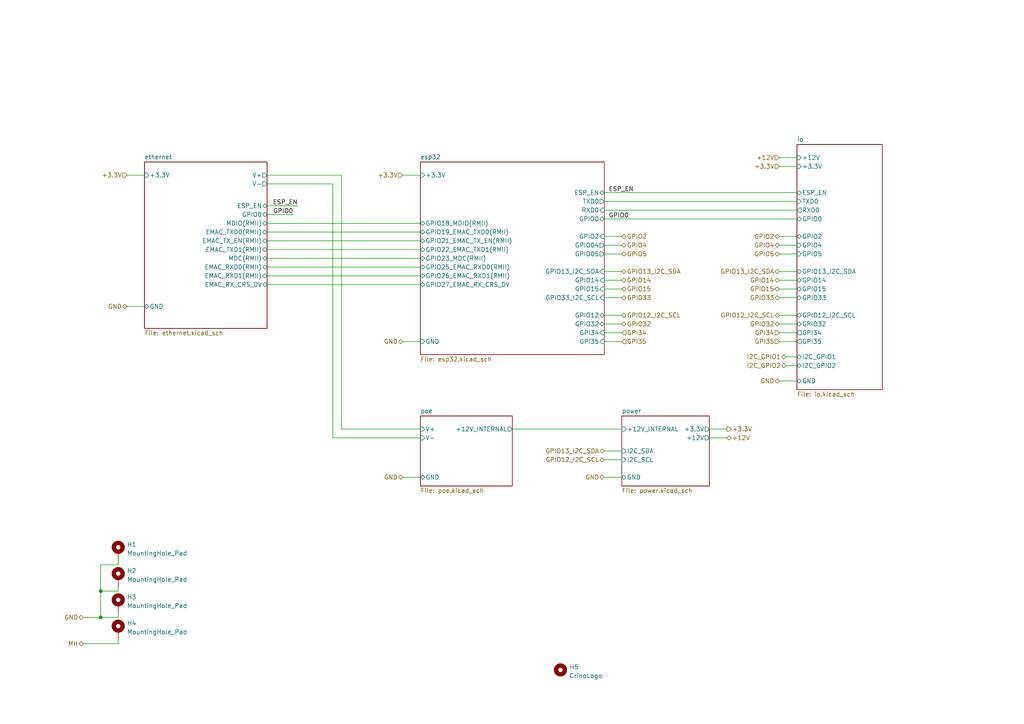
<source format=kicad_sch>
(kicad_sch (version 20211123) (generator eeschema)
  (paper "A4")
  (title_block (title "crino-board") (date "2023-03-10") (rev "B.0.1"))
  (lib_symbols
    (symbol "Mechanical:MountingHole" (pin_names (offset 1.016))
      (property "Reference" "H" (at 0 5.08 0))
      (property "Value" "MountingHole" (at 0 3.175 0))
      (symbol "MountingHole_0_1"
        (circle (center 0 0) (radius 1.27) (stroke (width 1.27)))
      )
    )
    (symbol "Mechanical:MountingHole_Pad" (pin_numbers hide) (pin_names (offset 1.016) hide)
      (property "Reference" "H" (at 0 6.35 0))
      (property "Value" "MountingHole_Pad" (at 0 4.445 0))
      (symbol "MountingHole_Pad_0_1"
        (circle (center 0 1.27) (radius 1.27) (stroke (width 1.27)))
      )
      (symbol "MountingHole_Pad_1_1"
        (pin input line (at 0 -2.54 90) (length 2.54) (name "1") (number "1"))
      )
    )
  )
  (junction (at 29.21 179.07))
  (junction (at 29.21 171.45))
  (wire (pts (xy 175.26 138.43) (xy 180.34 138.43)))
  (wire (pts (xy 77.47 53.34) (xy 96.52 53.34)))
  (wire (pts (xy 96.52 127) (xy 121.92 127)))
  (wire (pts (xy 34.29 171.45) (xy 29.21 171.45)))
  (wire (pts (xy 231.14 106.045) (xy 227.965 106.045)))
  (wire (pts (xy 77.47 69.85) (xy 121.92 69.85)))
  (wire (pts (xy 77.47 74.93) (xy 121.92 74.93)))
  (wire (pts (xy 77.47 80.01) (xy 121.92 80.01)))
  (wire (pts (xy 231.14 71.12) (xy 226.06 71.12)))
  (wire (pts (xy 77.47 59.69) (xy 86.36 59.69)))
  (wire (pts (xy 231.14 91.44) (xy 226.06 91.44)))
  (wire (pts (xy 231.14 81.28) (xy 226.06 81.28)))
  (wire (pts (xy 175.26 81.28) (xy 180.34 81.28)))
  (wire (pts (xy 175.26 91.44) (xy 180.34 91.44)))
  (wire (pts (xy 24.13 186.69) (xy 34.29 186.69)))
  (wire (pts (xy 36.83 88.9) (xy 41.91 88.9)))
  (wire (pts (xy 175.26 55.88) (xy 231.14 55.88)))
  (wire (pts (xy 175.26 60.96) (xy 231.14 60.96)))
  (wire (pts (xy 231.14 83.82) (xy 226.06 83.82)))
  (wire (pts (xy 175.26 78.74) (xy 180.34 78.74)))
  (wire (pts (xy 34.29 177.8) (xy 34.29 179.07)))
  (wire (pts (xy 226.06 110.49) (xy 231.14 110.49)))
  (wire (pts (xy 231.14 86.36) (xy 226.06 86.36)))
  (wire (pts (xy 205.74 124.46) (xy 210.82 124.46)))
  (wire (pts (xy 36.83 50.8) (xy 41.91 50.8)))
  (wire (pts (xy 29.21 163.83) (xy 34.29 163.83)))
  (wire (pts (xy 116.84 50.8) (xy 121.92 50.8)))
  (wire (pts (xy 116.84 138.43) (xy 121.92 138.43)))
  (wire (pts (xy 175.26 133.35) (xy 180.34 133.35)))
  (wire (pts (xy 231.14 93.98) (xy 226.06 93.98)))
  (wire (pts (xy 34.29 162.56) (xy 34.29 163.83)))
  (wire (pts (xy 205.74 127) (xy 210.82 127)))
  (wire (pts (xy 77.47 67.31) (xy 121.92 67.31)))
  (wire (pts (xy 231.14 103.505) (xy 227.965 103.505)))
  (wire (pts (xy 77.47 82.55) (xy 121.92 82.55)))
  (wire (pts (xy 77.47 77.47) (xy 121.92 77.47)))
  (wire (pts (xy 77.47 72.39) (xy 121.92 72.39)))
  (wire (pts (xy 175.26 96.52) (xy 180.34 96.52)))
  (wire (pts (xy 175.26 63.5) (xy 231.14 63.5)))
  (wire (pts (xy 29.21 179.07) (xy 34.29 179.07)))
  (wire (pts (xy 175.26 83.82) (xy 180.34 83.82)))
  (wire (pts (xy 96.52 127) (xy 96.52 53.34)))
  (wire (pts (xy 29.21 171.45) (xy 29.21 163.83)))
  (wire (pts (xy 175.26 58.42) (xy 231.14 58.42)))
  (wire (pts (xy 231.14 68.58) (xy 226.06 68.58)))
  (wire (pts (xy 175.26 99.06) (xy 180.34 99.06)))
  (wire (pts (xy 231.14 78.74) (xy 226.06 78.74)))
  (wire (pts (xy 175.26 68.58) (xy 180.34 68.58)))
  (wire (pts (xy 34.29 185.42) (xy 34.29 186.69)))
  (wire (pts (xy 34.29 170.18) (xy 34.29 171.45)))
  (wire (pts (xy 77.47 50.8) (xy 99.06 50.8)))
  (wire (pts (xy 231.14 96.52) (xy 226.06 96.52)))
  (wire (pts (xy 231.14 99.06) (xy 226.06 99.06)))
  (wire (pts (xy 24.13 179.07) (xy 29.21 179.07)))
  (wire (pts (xy 175.26 93.98) (xy 180.34 93.98)))
  (wire (pts (xy 175.26 130.81) (xy 180.34 130.81)))
  (wire (pts (xy 77.47 62.23) (xy 85.09 62.23)))
  (wire (pts (xy 116.84 99.06) (xy 121.92 99.06)))
  (wire (pts (xy 226.06 45.72) (xy 231.14 45.72)))
  (wire (pts (xy 29.21 179.07) (xy 29.21 171.45)))
  (wire (pts (xy 77.47 64.77) (xy 121.92 64.77)))
  (wire (pts (xy 175.26 71.12) (xy 180.34 71.12)))
  (wire (pts (xy 175.26 73.66) (xy 180.34 73.66)))
  (wire (pts (xy 175.26 86.36) (xy 180.34 86.36)))
  (wire (pts (xy 148.59 124.46) (xy 180.34 124.46)))
  (wire (pts (xy 99.06 50.8) (xy 99.06 124.46)))
  (wire (pts (xy 99.06 124.46) (xy 121.92 124.46)))
  (wire (pts (xy 226.06 48.26) (xy 231.14 48.26)))
  (wire (pts (xy 231.14 73.66) (xy 226.06 73.66)))
  (label "ESP_EN" (at 86.36 59.69 180))
  (label "GPIO0" (at 176.53 63.5 0))
  (label "GPIO0" (at 85.09 62.23 180))
  (label "ESP_EN" (at 176.53 55.88 0))
  (hierarchical_label "GND" (shape bidirectional) (at 36.83 88.9 180))
  (hierarchical_label "GPIO13_I2C_SDA" (shape bidirectional) (at 180.34 78.74 0))
  (hierarchical_label "I2C_GPIO1" (shape bidirectional) (at 227.965 103.505 180))
  (hierarchical_label "GPIO12_I2C_SCL" (shape bidirectional) (at 175.26 133.35 180))
  (hierarchical_label "GPIO4" (shape bidirectional) (at 180.34 71.12 0))
  (hierarchical_label "GPIO15" (shape bidirectional) (at 180.34 83.82 0))
  (hierarchical_label "+12V" (shape bidirectional) (at 210.82 127 0))
  (hierarchical_label "GPIO2" (shape bidirectional) (at 180.34 68.58 0))
  (hierarchical_label "MH" (shape bidirectional) (at 24.13 186.69 180))
  (hierarchical_label "GND" (shape bidirectional) (at 175.26 138.43 180))
  (hierarchical_label "GPIO2" (shape bidirectional) (at 226.06 68.58 180))
  (hierarchical_label "I2C_GPIO2" (shape bidirectional) (at 227.965 106.045 180))
  (hierarchical_label "GPIO14" (shape bidirectional) (at 180.34 81.28 0))
  (hierarchical_label "GPI34" (shape input) (at 226.06 96.52 180))
  (hierarchical_label "+3.3V" (shape input) (at 226.06 48.26 180))
  (hierarchical_label "GND" (shape bidirectional) (at 116.84 99.06 180))
  (hierarchical_label "GPIO5" (shape bidirectional) (at 180.34 73.66 0))
  (hierarchical_label "GPIO33" (shape bidirectional) (at 226.06 86.36 180))
  (hierarchical_label "GPIO15" (shape bidirectional) (at 226.06 83.82 180))
  (hierarchical_label "GND" (shape bidirectional) (at 226.06 110.49 180))
  (hierarchical_label "GND" (shape bidirectional) (at 24.13 179.07 180))
  (hierarchical_label "+3.3V" (shape input) (at 36.83 50.8 180))
  (hierarchical_label "GPI34" (shape input) (at 180.34 96.52 0))
  (hierarchical_label "GPIO33" (shape bidirectional) (at 180.34 86.36 0))
  (hierarchical_label "GPIO12_I2C_SCL" (shape bidirectional) (at 226.06 91.44 180))
  (hierarchical_label "GPIO13_I2C_SDA" (shape bidirectional) (at 175.26 130.81 180))
  (hierarchical_label "GPIO14" (shape bidirectional) (at 226.06 81.28 180))
  (hierarchical_label "GPIO32" (shape bidirectional) (at 180.34 93.98 0))
  (hierarchical_label "GPI35" (shape input) (at 226.06 99.06 180))
  (hierarchical_label "GPIO5" (shape bidirectional) (at 226.06 73.66 180))
  (hierarchical_label "GND" (shape bidirectional) (at 116.84 138.43 180))
  (hierarchical_label "+3.3V" (shape input) (at 116.84 50.8 180))
  (hierarchical_label "+12V" (shape input) (at 226.06 45.72 180))
  (hierarchical_label "GPI35" (shape input) (at 180.34 99.06 0))
  (hierarchical_label "GPIO13_I2C_SDA" (shape bidirectional) (at 226.06 78.74 180))
  (hierarchical_label "GPIO32" (shape bidirectional) (at 226.06 93.98 180))
  (hierarchical_label "+3.3V" (shape output) (at 210.82 124.46 0))
  (hierarchical_label "GPIO4" (shape bidirectional) (at 226.06 71.12 180))
  (hierarchical_label "GPIO12_I2C_SCL" (shape bidirectional) (at 180.34 91.44 0))
  (symbol (lib_id "Mechanical:MountingHole_Pad") (at 34.29 182.88 0) (unit 1)
    (property "Reference" "H4" (at 36.83 180.7753 0) (effects (justify left)))
    (property "Value" "MountingHole_Pad" (at 36.83 183.3122 0) (effects (justify left)))
    (property "Footprint" "MountingHole:MountingHole_3.2mm_M3_DIN965_Pad" (effects hide))
  )
  (symbol (lib_id "Mechanical:MountingHole_Pad") (at 34.29 167.64 0) (unit 1)
    (property "Reference" "H2" (at 36.83 165.5353 0) (effects (justify left)))
    (property "Value" "MountingHole_Pad" (at 36.83 168.0722 0) (effects (justify left)))
    (property "Footprint" "MountingHole:MountingHole_3.2mm_M3_DIN965_Pad" (effects hide))
  )
  (symbol (lib_id "Mechanical:MountingHole") (at 162.56 194.31 0) (unit 1)
    (property "Reference" "H5" (at 165.1 193.4753 0) (effects (justify left)))
    (property "Value" "CrinoLogo" (at 165.1 196.0122 0) (effects (justify left)))
    (property "Footprint" "general:crino_logo" (effects hide))
  )
  (symbol (lib_id "Mechanical:MountingHole_Pad") (at 34.29 175.26 0) (unit 1)
    (property "Reference" "H3" (at 36.83 173.1553 0) (effects (justify left)))
    (property "Value" "MountingHole_Pad" (at 36.83 175.6922 0) (effects (justify left)))
    (property "Footprint" "MountingHole:MountingHole_3.2mm_M3_DIN965_Pad" (effects hide))
  )
  (symbol (lib_id "Mechanical:MountingHole_Pad") (at 34.29 160.02 0) (unit 1)
    (property "Reference" "H1" (at 36.83 157.9153 0) (effects (justify left)))
    (property "Value" "MountingHole_Pad" (at 36.83 160.4522 0) (effects (justify left)))
    (property "Footprint" "MountingHole:MountingHole_3.2mm_M3_DIN965_Pad" (effects hide))
  )
  (sheet (at 180.34 120.65) (size 25.4 20.32)
    (property "Sheet name" "power" (at 180.34 119.9384 0) (effects (justify left bottom)))
    (property "Sheet file" "power.kicad_sch" (at 180.34 141.5546 0) (effects (justify left top)))
    (pin "GND" bidirectional (at 180.34 138.43 180))
    (pin "+3.3V" output (at 205.74 124.46 0))
    (pin "I2C_SCL" input (at 180.34 133.35 180))
    (pin "I2C_SDA" input (at 180.34 130.81 180))
    (pin "+12V" output (at 205.74 127 0))
    (pin "+12V_INTERNAL" input (at 180.34 124.46 180))
  )
  (sheet (at 121.92 46.99) (size 53.34 55.88)
    (property "Sheet name" "esp32" (at 121.92 46.2784 0) (effects (justify left bottom)))
    (property "Sheet file" "esp32.kicad_sch" (at 121.92 103.4546 0) (effects (justify left top)))
    (pin "GND" input (at 121.92 99.06 180))
    (pin "ESP_EN" bidirectional (at 175.26 55.88 0))
    (pin "TXD0" output (at 175.26 58.42 0))
    (pin "RXD0" input (at 175.26 60.96 0))
    (pin "GPIO32" bidirectional (at 175.26 93.98 0))
    (pin "GPIO12" bidirectional (at 175.26 91.44 0))
    (pin "GPI35" input (at 175.26 99.06 0))
    (pin "GPI34" input (at 175.26 96.52 0))
    (pin "+3.3V" input (at 121.92 50.8 180))
    (pin "GPIO26_EMAC_RXD1(RMII)" bidirectional (at 121.92 80.01 180))
    (pin "GPIO25_EMAC_RXD0(RMII)" bidirectional (at 121.92 77.47 180))
    (pin "GPIO22_EMAC_TXD1(RMII)" bidirectional (at 121.92 72.39 180))
    (pin "GPIO21_EMAC_TX_EN(RMII)" bidirectional (at 121.92 69.85 180))
    (pin "GPIO19_EMAC_TXD0(RMII)" bidirectional (at 121.92 67.31 180))
    (pin "GPIO27_EMAC_RX_CRS_DV" bidirectional (at 121.92 82.55 180))
    (pin "GPIO33_I2C_SCL" input (at 175.26 86.36 0))
    (pin "GPIO23_MDC(RMII)" bidirectional (at 121.92 74.93 180))
    (pin "GPIO13_I2C_SDA" input (at 175.26 78.74 0))
    (pin "GPIO15" input (at 175.26 83.82 0))
    (pin "GPIO14" input (at 175.26 81.28 0))
    (pin "GPIO18_MDIO(RMII)" bidirectional (at 121.92 64.77 180))
    (pin "GPIO0" bidirectional (at 175.26 63.5 0))
    (pin "GPIO2" input (at 175.26 68.58 0))
    (pin "GPIO04" output (at 175.26 71.12 0))
    (pin "GPIO05" output (at 175.26 73.66 0))
  )
  (sheet (at 231.14 41.91) (size 24.765 71.12)
    (property "Sheet name" "io" (at 231.14 41.1984 0) (effects (justify left bottom)))
    (property "Sheet file" "io.kicad_sch" (at 231.14 113.6146 0) (effects (justify left top)))
    (pin "TXD0" input (at 231.14 58.42 180))
    (pin "RXD0" output (at 231.14 60.96 180))
    (pin "ESP_EN" bidirectional (at 231.14 55.88 180))
    (pin "GND" bidirectional (at 231.14 110.49 180))
    (pin "GPIO32" bidirectional (at 231.14 93.98 180))
    (pin "GPI35" output (at 231.14 99.06 180))
    (pin "GPI34" output (at 231.14 96.52 180))
    (pin "+3.3V" input (at 231.14 48.26 180))
    (pin "GPIO0" bidirectional (at 231.14 63.5 180))
    (pin "GPIO4" input (at 231.14 71.12 180))
    (pin "GPIO5" input (at 231.14 73.66 180))
    (pin "GPIO15" bidirectional (at 231.14 83.82 180))
    (pin "GPIO13_I2C_SDA" bidirectional (at 231.14 78.74 180))
    (pin "GPIO14" bidirectional (at 231.14 81.28 180))
    (pin "GPIO2" bidirectional (at 231.14 68.58 180))
    (pin "+12V" input (at 231.14 45.72 180))
    (pin "GPIO33" bidirectional (at 231.14 86.36 180))
    (pin "GPIO12_I2C_SCL" bidirectional (at 231.14 91.44 180))
    (pin "I2C_GPIO2" bidirectional (at 231.14 106.045 180))
    (pin "I2C_GPIO1" bidirectional (at 231.14 103.505 180))
  )
  (sheet (at 41.91 46.99) (size 35.56 48.26)
    (property "Sheet name" "ethernet" (at 41.91 46.2784 0) (effects (justify left bottom)))
    (property "Sheet file" "ethernet.kicad_sch" (at 41.91 95.8346 0) (effects (justify left top)))
    (pin "GND" bidirectional (at 41.91 88.9 180))
    (pin "+3.3V" input (at 41.91 50.8 180))
    (pin "EMAC_RXD0(RMII)" bidirectional (at 77.47 77.47 0))
    (pin "EMAC_RXD1(RMII)" bidirectional (at 77.47 80.01 0))
    (pin "EMAC_RX_CRS_DV" bidirectional (at 77.47 82.55 0))
    (pin "EMAC_TXD0(RMII)" bidirectional (at 77.47 67.31 0))
    (pin "EMAC_TXD1(RMII)" bidirectional (at 77.47 72.39 0))
    (pin "EMAC_TX_EN(RMII)" bidirectional (at 77.47 69.85 0))
    (pin "MDIO(RMII)" bidirectional (at 77.47 64.77 0))
    (pin "MDC(RMII)" bidirectional (at 77.47 74.93 0))
    (pin "GPIO0" bidirectional (at 77.47 62.23 0))
    (pin "ESP_EN" bidirectional (at 77.47 59.69 0))
    (pin "V+" output (at 77.47 50.8 0))
    (pin "V-" output (at 77.47 53.34 0))
  )
  (sheet (at 121.92 120.65) (size 26.67 20.32)
    (property "Sheet name" "poe" (at 121.92 119.9384 0) (effects (justify left bottom)))
    (property "Sheet file" "poe.kicad_sch" (at 121.92 141.5546 0) (effects (justify left top)))
    (pin "GND" bidirectional (at 121.92 138.43 180))
    (pin "+12V_INTERNAL" output (at 148.59 124.46 0))
    (pin "V+" input (at 121.92 124.46 180))
    (pin "V-" input (at 121.92 127 180))
  )
)
</source>
